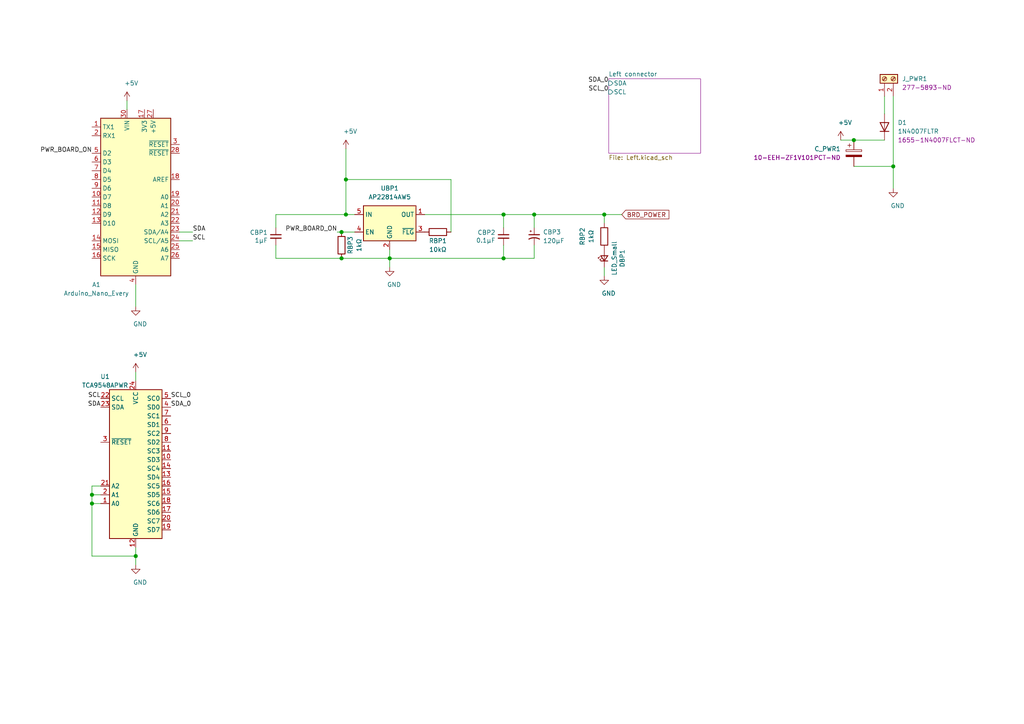
<source format=kicad_sch>
(kicad_sch (version 20200828) (generator eeschema)
  (page 1 2)
  (paper "A4")
  (lib_symbols
    (symbol "Connector:Screw_Terminal_01x02" (pin_names (offset 1.016) hide)
      (property "Reference" "J" (at 0 2.54 0))
      (property "Value" "Screw_Terminal_01x02" (at 0 -5.08 0))
      (symbol "Screw_Terminal_01x02_1_1"
        (circle (center 0 -2.54) (radius 0.635) (stroke (width 0.1524)))
        (circle (center 0 0) (radius 0.635) (stroke (width 0.1524)))
        (rectangle (start -1.27 1.27) (end 1.27 -3.81) (stroke (width 0.254)) (fill (type background)))
        (polyline (pts (xy -0.5334 -2.2098) (xy 0.3302 -3.048)) (stroke (width 0.1524)))
        (polyline (pts (xy -0.5334 0.3302) (xy 0.3302 -0.508)) (stroke (width 0.1524)))
        (polyline (pts (xy -0.3556 -2.032) (xy 0.508 -2.8702)) (stroke (width 0.1524)))
        (polyline (pts (xy -0.3556 0.508) (xy 0.508 -0.3302)) (stroke (width 0.1524)))
        (pin passive line (at -5.08 0 0) (length 3.81) (name "Pin_1") (number "1"))
        (pin passive line (at -5.08 -2.54 0) (length 3.81) (name "Pin_2") (number "2"))
      )
    )
    (symbol "Device:CP" (pin_numbers hide) (pin_names (offset 0.254))
      (property "Reference" "C" (at 0.635 2.54 0))
      (property "Value" "CP" (at 0.635 -2.54 0))
      (symbol "CP_0_1"
        (rectangle (start -2.286 0.508) (end 2.286 1.016))
        (rectangle (start 2.286 -0.508) (end -2.286 -1.016) (fill (type outline)))
        (polyline (pts (xy -1.778 2.286) (xy -0.762 2.286)))
        (polyline (pts (xy -1.27 2.794) (xy -1.27 1.778)))
      )
      (symbol "CP_1_1"
        (pin passive line (at 0 3.81 270) (length 2.794) (name "~") (number "1"))
        (pin passive line (at 0 -3.81 90) (length 2.794) (name "~") (number "2"))
      )
    )
    (symbol "Device:CP1_Small" (pin_numbers hide) (pin_names (offset 0.254) hide)
      (property "Reference" "C" (at 0.254 1.778 0))
      (property "Value" "CP1_Small" (at 0.254 -2.032 0))
      (symbol "CP1_Small_0_1"
        (arc (start -1.524 -0.762) (end 1.524 -0.762) (radius (at 0 -3.556) (length 3.175) (angles 118.6 61.4)) (stroke (width 0.3048)))
        (polyline (pts (xy -1.524 0.508) (xy 1.524 0.508)) (stroke (width 0.3048)))
        (polyline (pts (xy -1.27 1.524) (xy -0.762 1.524)))
        (polyline (pts (xy -1.016 1.27) (xy -1.016 1.778)))
      )
      (symbol "CP1_Small_1_1"
        (pin passive line (at 0 2.54 270) (length 2.032) (name "~") (number "1"))
        (pin passive line (at 0 -2.54 90) (length 2.032) (name "~") (number "2"))
      )
    )
    (symbol "Device:C_Small" (pin_numbers hide) (pin_names (offset 0.254) hide)
      (property "Reference" "C" (at 0.254 1.778 0))
      (property "Value" "C_Small" (at 0.254 -2.032 0))
      (symbol "C_Small_0_1"
        (polyline (pts (xy -1.524 -0.508) (xy 1.524 -0.508)) (stroke (width 0.3302)))
        (polyline (pts (xy -1.524 0.508) (xy 1.524 0.508)) (stroke (width 0.3048)))
      )
      (symbol "C_Small_1_1"
        (pin passive line (at 0 2.54 270) (length 2.032) (name "~") (number "1"))
        (pin passive line (at 0 -2.54 90) (length 2.032) (name "~") (number "2"))
      )
    )
    (symbol "Device:LED_Small" (pin_numbers hide) (pin_names (offset 0.254) hide)
      (property "Reference" "D" (at -1.27 3.175 0))
      (property "Value" "LED_Small" (at -4.445 -2.54 0))
      (symbol "LED_Small_0_1"
        (polyline (pts (xy -0.762 -1.016) (xy -0.762 1.016)) (stroke (width 0.254)))
        (polyline (pts (xy 1.016 0) (xy -0.762 0)))
        (polyline (pts (xy 0.762 -1.016) (xy -0.762 0) (xy 0.762 1.016) (xy 0.762 -1.016)) (stroke (width 0.254)))
        (polyline (pts (xy 0 0.762) (xy -0.508 1.27) (xy -0.254 1.27) (xy -0.508 1.27) (xy -0.508 1.016)))
        (polyline (pts (xy 0.508 1.27) (xy 0 1.778) (xy 0.254 1.778) (xy 0 1.778) (xy 0 1.524)))
      )
      (symbol "LED_Small_1_1"
        (pin passive line (at -2.54 0 0) (length 1.778) (name "K") (number "1"))
        (pin passive line (at 2.54 0 180) (length 1.778) (name "A") (number "2"))
      )
    )
    (symbol "Device:R" (pin_numbers hide) (pin_names (offset 0))
      (property "Reference" "R" (at 2.032 0 90))
      (property "Value" "R" (at 0 0 90))
      (symbol "R_0_1"
        (rectangle (start -1.016 -2.54) (end 1.016 2.54) (stroke (width 0.254)))
      )
      (symbol "R_1_1"
        (pin passive line (at 0 3.81 270) (length 1.27) (name "~") (number "1"))
        (pin passive line (at 0 -3.81 90) (length 1.27) (name "~") (number "2"))
      )
    )
    (symbol "Diode:1N4007" (pin_numbers hide) (pin_names (offset 1.016) hide)
      (property "Reference" "D" (at 0 2.54 0))
      (property "Value" "1N4007" (at 0 -2.54 0))
      (symbol "1N4007_0_1"
        (polyline (pts (xy -1.27 1.27) (xy -1.27 -1.27)) (stroke (width 0.254)))
        (polyline (pts (xy 1.27 0) (xy -1.27 0)))
        (polyline (pts (xy 1.27 1.27) (xy 1.27 -1.27) (xy -1.27 0) (xy 1.27 1.27)) (stroke (width 0.254)))
      )
      (symbol "1N4007_1_1"
        (pin passive line (at -3.81 0 0) (length 2.54) (name "K") (number "1"))
        (pin passive line (at 3.81 0 180) (length 2.54) (name "A") (number "2"))
      )
    )
    (symbol "Interface_Expansion:TCA9548APWR"
      (property "Reference" "U" (at -7.62 21.59 0))
      (property "Value" "TCA9548APWR" (at 1.016 21.59 0))
      (symbol "TCA9548APWR_0_1"
        (rectangle (start -7.62 20.32) (end 7.62 -22.86) (stroke (width 0.254)) (fill (type background)))
      )
      (symbol "TCA9548APWR_1_1"
        (pin input line (at -10.16 -12.7 0) (length 2.54) (name "A0") (number "1"))
        (pin bidirectional line (at 10.16 0 180) (length 2.54) (name "SD3") (number "10"))
        (pin output line (at 10.16 2.54 180) (length 2.54) (name "SC3") (number "11"))
        (pin power_in line (at 0 -25.4 90) (length 2.54) (name "GND") (number "12"))
        (pin bidirectional line (at 10.16 -5.08 180) (length 2.54) (name "SD4") (number "13"))
        (pin output line (at 10.16 -2.54 180) (length 2.54) (name "SC4") (number "14"))
        (pin bidirectional line (at 10.16 -10.16 180) (length 2.54) (name "SD5") (number "15"))
        (pin output line (at 10.16 -7.62 180) (length 2.54) (name "SC5") (number "16"))
        (pin bidirectional line (at 10.16 -15.24 180) (length 2.54) (name "SD6") (number "17"))
        (pin output line (at 10.16 -12.7 180) (length 2.54) (name "SC6") (number "18"))
        (pin bidirectional line (at 10.16 -20.32 180) (length 2.54) (name "SD7") (number "19"))
        (pin input line (at -10.16 -10.16 0) (length 2.54) (name "A1") (number "2"))
        (pin output line (at 10.16 -17.78 180) (length 2.54) (name "SC7") (number "20"))
        (pin input line (at -10.16 -7.62 0) (length 2.54) (name "A2") (number "21"))
        (pin input line (at -10.16 17.78 0) (length 2.54) (name "SCL") (number "22"))
        (pin bidirectional line (at -10.16 15.24 0) (length 2.54) (name "SDA") (number "23"))
        (pin power_in line (at 0 22.86 270) (length 2.54) (name "VCC") (number "24"))
        (pin input line (at -10.16 5.08 0) (length 2.54) (name "~RESET") (number "3"))
        (pin bidirectional line (at 10.16 15.24 180) (length 2.54) (name "SD0") (number "4"))
        (pin output line (at 10.16 17.78 180) (length 2.54) (name "SC0") (number "5"))
        (pin bidirectional line (at 10.16 10.16 180) (length 2.54) (name "SD1") (number "6"))
        (pin output line (at 10.16 12.7 180) (length 2.54) (name "SC1") (number "7"))
        (pin bidirectional line (at 10.16 5.08 180) (length 2.54) (name "SD2") (number "8"))
        (pin output line (at 10.16 7.62 180) (length 2.54) (name "SC2") (number "9"))
      )
    )
    (symbol "MCU_Module:Arduino_Nano_Every"
      (property "Reference" "A" (at -10.16 23.495 0))
      (property "Value" "Arduino_Nano_Every" (at 5.08 -24.13 0))
      (symbol "Arduino_Nano_Every_0_1"
        (rectangle (start -10.16 22.86) (end 10.16 -22.86) (stroke (width 0.254)) (fill (type background)))
      )
      (symbol "Arduino_Nano_Every_1_1"
        (pin bidirectional line (at -12.7 20.32 0) (length 2.54) (name "TX1") (number "1"))
        (pin bidirectional line (at -12.7 0 0) (length 2.54) (name "D7") (number "10"))
        (pin bidirectional line (at -12.7 -2.54 0) (length 2.54) (name "D8") (number "11"))
        (pin bidirectional line (at -12.7 -5.08 0) (length 2.54) (name "D9") (number "12"))
        (pin bidirectional line (at -12.7 -7.62 0) (length 2.54) (name "D10") (number "13"))
        (pin bidirectional line (at -12.7 -12.7 0) (length 2.54) (name "MOSI") (number "14"))
        (pin bidirectional line (at -12.7 -15.24 0) (length 2.54) (name "MISO") (number "15"))
        (pin bidirectional line (at -12.7 -17.78 0) (length 2.54) (name "SCK") (number "16"))
        (pin power_out line (at 2.54 25.4 270) (length 2.54) (name "3V3") (number "17"))
        (pin input line (at 12.7 5.08 180) (length 2.54) (name "AREF") (number "18"))
        (pin bidirectional line (at 12.7 0 180) (length 2.54) (name "A0") (number "19"))
        (pin bidirectional line (at -12.7 17.78 0) (length 2.54) (name "RX1") (number "2"))
        (pin bidirectional line (at 12.7 -2.54 180) (length 2.54) (name "A1") (number "20"))
        (pin bidirectional line (at 12.7 -5.08 180) (length 2.54) (name "A2") (number "21"))
        (pin bidirectional line (at 12.7 -7.62 180) (length 2.54) (name "A3") (number "22"))
        (pin bidirectional line (at 12.7 -10.16 180) (length 2.54) (name "SDA/A4") (number "23"))
        (pin bidirectional line (at 12.7 -12.7 180) (length 2.54) (name "SCL/A5") (number "24"))
        (pin bidirectional line (at 12.7 -15.24 180) (length 2.54) (name "A6") (number "25"))
        (pin bidirectional line (at 12.7 -17.78 180) (length 2.54) (name "A7") (number "26"))
        (pin power_out line (at 5.08 25.4 270) (length 2.54) (name "+5V") (number "27"))
        (pin input line (at 12.7 12.7 180) (length 2.54) (name "~RESET") (number "28"))
        (pin passive line (at 0 -25.4 90) (length 2.54) hide (name "GND") (number "29"))
        (pin input line (at 12.7 15.24 180) (length 2.54) (name "~RESET") (number "3"))
        (pin power_in line (at -2.54 25.4 270) (length 2.54) (name "VIN") (number "30"))
        (pin power_in line (at 0 -25.4 90) (length 2.54) (name "GND") (number "4"))
        (pin bidirectional line (at -12.7 12.7 0) (length 2.54) (name "D2") (number "5"))
        (pin bidirectional line (at -12.7 10.16 0) (length 2.54) (name "D3") (number "6"))
        (pin bidirectional line (at -12.7 7.62 0) (length 2.54) (name "D4") (number "7"))
        (pin bidirectional line (at -12.7 5.08 0) (length 2.54) (name "D5") (number "8"))
        (pin bidirectional line (at -12.7 2.54 0) (length 2.54) (name "D6") (number "9"))
      )
    )
    (symbol "Power_Management:AP22814AW5"
      (property "Reference" "U" (at -7.62 -6.35 0))
      (property "Value" "AP22814AW5" (at -7.62 6.35 0))
      (symbol "AP22814AW5_0_1"
        (rectangle (start -7.62 5.08) (end 7.62 -5.08) (stroke (width 0.254)) (fill (type background)))
      )
      (symbol "AP22814AW5_1_1"
        (pin power_out line (at 10.16 2.54 180) (length 2.54) (name "OUT") (number "1"))
        (pin power_in line (at 0 -7.62 90) (length 2.54) (name "GND") (number "2"))
        (pin open_collector line (at 10.16 -2.54 180) (length 2.54) (name "~FLG") (number "3"))
        (pin input line (at -10.16 -2.54 0) (length 2.54) (name "EN") (number "4"))
        (pin power_in line (at -10.16 2.54 0) (length 2.54) (name "IN") (number "5"))
      )
    )
    (symbol "power:+5V" (power) (pin_names (offset 0))
      (property "Value" "+5V" (at 0 3.556 0))
      (symbol "+5V_0_1"
        (polyline (pts (xy -0.762 1.27) (xy 0 2.54)))
        (polyline (pts (xy 0 0) (xy 0 2.54)))
        (polyline (pts (xy 0 2.54) (xy 0.762 1.27)))
      )
      (symbol "+5V_1_1"
        (pin power_in line (at 0 0 90) (length 0) hide (name "+5V") (number "1"))
      )
    )
    (symbol "power:GND" (power) (pin_names (offset 0))
      (property "Value" "GND" (at 0 -3.81 0))
      (symbol "GND_0_1"
        (polyline (pts (xy 0 0) (xy 0 -1.27) (xy 1.27 -1.27) (xy 0 -2.54) (xy -1.27 -1.27) (xy 0 -1.27)))
      )
      (symbol "GND_1_1"
        (pin power_in line (at 0 0 270) (length 0) hide (name "GND") (number "1"))
      )
    )
  )
  (junction (at 26.67 143.51) (diameter 1.016))
  (junction (at 26.67 146.05) (diameter 1.016))
  (junction (at 39.37 161.29) (diameter 1.016))
  (junction (at 99.06 67.31) (diameter 1.016))
  (junction (at 99.06 74.93) (diameter 1.016))
  (junction (at 100.33 52.07) (diameter 1.016))
  (junction (at 100.33 62.23) (diameter 1.016))
  (junction (at 113.03 74.93) (diameter 1.016))
  (junction (at 146.05 62.23) (diameter 1.016))
  (junction (at 146.05 74.93) (diameter 1.016))
  (junction (at 154.94 62.23) (diameter 1.016))
  (junction (at 175.26 62.23) (diameter 1.016))
  (junction (at 247.65 40.64) (diameter 1.016))
  (junction (at 259.08 48.26) (diameter 1.016))
  (wire (pts (xy 26.67 140.97) (xy 26.67 143.51)))
  (wire (pts (xy 26.67 143.51) (xy 26.67 146.05)))
  (wire (pts (xy 26.67 143.51) (xy 29.21 143.51)))
  (wire (pts (xy 26.67 146.05) (xy 26.67 161.29)))
  (wire (pts (xy 26.67 146.05) (xy 29.21 146.05)))
  (wire (pts (xy 26.67 161.29) (xy 39.37 161.29)))
  (wire (pts (xy 29.21 140.97) (xy 26.67 140.97)))
  (wire (pts (xy 36.83 29.21) (xy 36.83 31.75)))
  (wire (pts (xy 39.37 82.55) (xy 39.37 88.9)))
  (wire (pts (xy 39.37 107.95) (xy 39.37 110.49)))
  (wire (pts (xy 39.37 158.75) (xy 39.37 161.29)))
  (wire (pts (xy 39.37 161.29) (xy 39.37 163.83)))
  (wire (pts (xy 52.07 67.31) (xy 55.88 67.31)))
  (wire (pts (xy 52.07 69.85) (xy 55.88 69.85)))
  (wire (pts (xy 80.01 62.23) (xy 100.33 62.23)))
  (wire (pts (xy 80.01 66.04) (xy 80.01 62.23)))
  (wire (pts (xy 80.01 71.12) (xy 80.01 74.93)))
  (wire (pts (xy 97.79 67.31) (xy 99.06 67.31)))
  (wire (pts (xy 99.06 67.31) (xy 102.87 67.31)))
  (wire (pts (xy 99.06 74.93) (xy 80.01 74.93)))
  (wire (pts (xy 100.33 43.18) (xy 100.33 52.07)))
  (wire (pts (xy 100.33 52.07) (xy 100.33 62.23)))
  (wire (pts (xy 100.33 52.07) (xy 130.81 52.07)))
  (wire (pts (xy 100.33 62.23) (xy 102.87 62.23)))
  (wire (pts (xy 113.03 72.39) (xy 113.03 74.93)))
  (wire (pts (xy 113.03 74.93) (xy 99.06 74.93)))
  (wire (pts (xy 113.03 74.93) (xy 113.03 77.47)))
  (wire (pts (xy 123.19 62.23) (xy 146.05 62.23)))
  (wire (pts (xy 130.81 52.07) (xy 130.81 67.31)))
  (wire (pts (xy 146.05 62.23) (xy 146.05 66.04)))
  (wire (pts (xy 146.05 62.23) (xy 154.94 62.23)))
  (wire (pts (xy 146.05 71.12) (xy 146.05 74.93)))
  (wire (pts (xy 146.05 74.93) (xy 113.03 74.93)))
  (wire (pts (xy 146.05 74.93) (xy 154.94 74.93)))
  (wire (pts (xy 154.94 62.23) (xy 154.94 66.04)))
  (wire (pts (xy 154.94 62.23) (xy 175.26 62.23)))
  (wire (pts (xy 154.94 71.12) (xy 154.94 74.93)))
  (wire (pts (xy 175.26 62.23) (xy 175.26 64.77)))
  (wire (pts (xy 175.26 62.23) (xy 180.34 62.23)))
  (wire (pts (xy 175.26 77.47) (xy 175.26 80.01)))
  (wire (pts (xy 243.84 40.64) (xy 247.65 40.64)))
  (wire (pts (xy 247.65 40.64) (xy 256.54 40.64)))
  (wire (pts (xy 247.65 48.26) (xy 259.08 48.26)))
  (wire (pts (xy 256.54 27.94) (xy 256.54 33.02)))
  (wire (pts (xy 259.08 27.94) (xy 259.08 48.26)))
  (wire (pts (xy 259.08 48.26) (xy 259.08 54.61)))
  (label "PWR_BOARD_ON" (at 26.67 44.45 180))
  (label "SCL" (at 29.21 115.57 180))
  (label "SDA" (at 29.21 118.11 180))
  (label "SCL_0" (at 49.53 115.57 0))
  (label "SDA_0" (at 49.53 118.11 0))
  (label "SDA" (at 55.88 67.31 0))
  (label "SCL" (at 55.88 69.85 0))
  (label "PWR_BOARD_ON" (at 97.79 67.31 180))
  (label "SDA_0" (at 176.53 24.13 180))
  (label "SCL_0" (at 176.53 26.67 180))
  (global_label "BRD_POWER" (shape input) (at 180.34 62.23 0))
  (symbol (lib_id "power:+5V") (at 36.83 29.21 0) (unit 1)
    (property "Reference" "#PWR0103" (effects hide))
    (property "Value" "+5V" (at 38.1 24.13 0))
  )
  (symbol (lib_id "power:+5V") (at 39.37 107.95 0) (unit 1)
    (property "Reference" "#PWR0104" (effects hide))
    (property "Value" "+5V" (at 40.64 102.87 0))
  )
  (symbol (lib_id "power:+5V") (at 100.33 43.18 0) (unit 1)
    (property "Reference" "#PWR0196" (effects hide))
    (property "Value" "+5V" (at 101.6 38.1 0))
  )
  (symbol (lib_id "power:+5V") (at 243.84 40.64 0) (unit 1)
    (property "Reference" "#PWR0106" (effects hide))
    (property "Value" "+5V" (at 245.11 35.56 0))
  )
  (symbol (lib_id "power:GND") (at 39.37 88.9 0) (unit 1)
    (property "Reference" "#PWR0105" (effects hide))
    (property "Value" "GND" (at 40.64 93.98 0))
  )
  (symbol (lib_id "power:GND") (at 39.37 163.83 0) (unit 1)
    (property "Reference" "#PWR0102" (effects hide))
    (property "Value" "GND" (at 40.64 168.91 0))
  )
  (symbol (lib_id "power:GND") (at 113.03 77.47 0) (unit 1)
    (property "Reference" "#PWR0259" (effects hide))
    (property "Value" "GND" (at 114.3 82.55 0))
  )
  (symbol (lib_id "power:GND") (at 175.26 80.01 0) (unit 1)
    (property "Reference" "#PWR0260" (effects hide))
    (property "Value" "GND" (at 176.53 85.09 0))
  )
  (symbol (lib_id "power:GND") (at 259.08 54.61 0) (unit 1)
    (property "Reference" "#PWR0101" (effects hide))
    (property "Value" "GND" (at 260.35 59.69 0))
  )
  (symbol (lib_id "Device:LED_Small") (at 175.26 74.93 90) (unit 1)
    (property "Reference" "DBP1" (at 180.486 74.93 0))
    (property "Value" "LED_Small" (at 178.1875 74.93 0))
    (property "Footprint" "LED_SMD:LED_0805_2012Metric" (effects hide))
    (property "Digikey" " 160-1167-1-ND " (effects hide))
    (property "Manufacturer" "LTST-C150CKT " (effects hide))
  )
  (symbol (lib_id "Device:R") (at 99.06 71.12 0) (unit 1)
    (property "Reference" "RBP3" (at 101.6 71.12 90))
    (property "Value" "1kΩ" (at 104.14 71.12 90))
    (property "Footprint" "Resistor_SMD:R_0805_2012Metric" (effects hide))
  )
  (symbol (lib_id "Device:R") (at 127 67.31 270) (unit 1)
    (property "Reference" "RBP1" (at 127 69.85 90))
    (property "Value" "10kΩ" (at 127 72.39 90))
    (property "Footprint" "Resistor_SMD:R_0805_2012Metric" (effects hide))
  )
  (symbol (lib_id "Device:R") (at 175.26 68.58 180) (unit 1)
    (property "Reference" "RBP2" (at 168.91 68.58 90))
    (property "Value" "1kΩ" (at 171.45 68.58 90))
    (property "Footprint" "Resistor_SMD:R_0805_2012Metric" (effects hide))
  )
  (symbol (lib_id "Device:CP1_Small") (at 154.94 68.58 0) (unit 1)
    (property "Reference" "CBP3" (at 157.48 67.31 0) (effects (justify left)))
    (property "Value" "120µF" (at 157.48 69.85 0) (effects (justify left)))
    (property "Footprint" "Capacitor_SMD:CP_Elec_6.3x9.9" (effects hide))
  )
  (symbol (lib_id "Device:C_Small") (at 80.01 68.58 0) (mirror y) (unit 1)
    (property "Reference" "CBP1" (at 77.686 67.431 0) (effects (justify left)))
    (property "Value" "1µF" (at 77.686 69.729 0) (effects (justify left)))
    (property "Footprint" "Capacitor_SMD:C_0805_2012Metric" (effects hide))
  )
  (symbol (lib_id "Device:C_Small") (at 146.05 68.58 0) (mirror y) (unit 1)
    (property "Reference" "CBP2" (at 143.726 67.431 0) (effects (justify left)))
    (property "Value" "0.1µF" (at 143.726 69.729 0) (effects (justify left)))
    (property "Footprint" "Capacitor_SMD:C_0805_2012Metric" (effects hide))
  )
  (symbol (lib_id "Diode:1N4007") (at 256.54 36.83 90) (unit 1)
    (property "Reference" "D1" (at 260.35 35.56 90) (effects (justify right)))
    (property "Value" "1N4007FLTR" (at 260.35 38.1 90) (effects (justify right)))
    (property "Footprint" "Diode_SMD:D_SOD-123F" (effects hide))
    (property "Datasheet" "http://www.smc-diodes.com/propdf/1N4001FL-1N4007FL%20N1646%20REV.A.pdf" (effects hide))
    (property "Digikey" "1655-1N4007FLCT-ND" (at 260.35 40.64 90) (effects (justify right)))
  )
  (symbol (lib_id "Connector:Screw_Terminal_01x02") (at 256.54 22.86 90) (unit 1)
    (property "Reference" "J_PWR1" (at 261.62 22.86 90) (effects (justify right)))
    (property "Value" "Screw_Terminal_01x02" (effects hide))
    (property "Footprint" "TerminalBlock_Phoenix:TerminalBlock_Phoenix_MKDS-1,5-2-5.08_1x02_P5.08mm_Horizontal" (effects hide))
    (property "Digikey" "277-5893-ND" (at 261.62 25.4 90) (effects (justify right)))
  )
  (symbol (lib_id "Device:CP") (at 247.65 44.45 0) (unit 1)
    (property "Reference" "C_PWR1" (at 243.84 43.18 0) (effects (justify right)))
    (property "Value" "CP" (effects hide))
    (property "Footprint" "Capacitor_SMD:CP_Elec_8x10" (effects hide))
    (property "Digikey" "10-EEH-ZF1V101PCT-ND" (at 243.84 45.72 0) (effects (justify right)))
  )
  (symbol (lib_id "Power_Management:AP22814AW5") (at 113.03 64.77 0) (unit 1)
    (property "Reference" "UBP1" (at 113.03 54.61 0))
    (property "Value" "AP22814AW5" (at 113.03 57.15 0))
    (property "Footprint" "Package_TO_SOT_SMD:SOT-23-5" (effects hide))
    (property "Datasheet" "https://www.diodes.com/assets/Datasheets/AP22804_14.pdf" (effects hide))
  )
  (symbol (lib_id "Interface_Expansion:TCA9548APWR") (at 39.37 133.35 0) (unit 1)
    (property "Reference" "U1" (at 30.48 109.22 0))
    (property "Value" "TCA9548APWR" (at 30.48 111.76 0))
    (property "Footprint" "Package_SO:TSSOP-24_4.4x7.8mm_P0.65mm" (effects hide))
    (property "Datasheet" "http://www.ti.com/lit/ds/symlink/tca9548a.pdf" (effects hide))
  )
  (symbol (lib_id "MCU_Module:Arduino_Nano_Every") (at 39.37 57.15 0) (unit 1)
    (property "Reference" "A1" (at 27.94 82.55 0))
    (property "Value" "Arduino_Nano_Every" (at 27.94 85.09 0))
    (property "Footprint" "Module:Arduino_Nano" (effects hide))
    (property "Datasheet" "https://content.arduino.cc/assets/NANOEveryV3.0_sch.pdf" (effects hide))
  )
  (sheet (at 176.53 22.86) (size 26.67 21.59) (stroke (width 0.001) (color 132 0 132 1)) (fill (color 255 255 255 0.0000))
    (property "Sheet name" "Left connector" (at 176.53 22.2241 0) (effects (justify left bottom)))
    (property "Sheet file" "Left.kicad_sch" (at 176.53 44.9589 0) (effects (justify left top)))
    (pin "SDA" input (at 176.53 24.13 180))
    (pin "SCL" input (at 176.53 26.67 180))
  )
)
</source>
